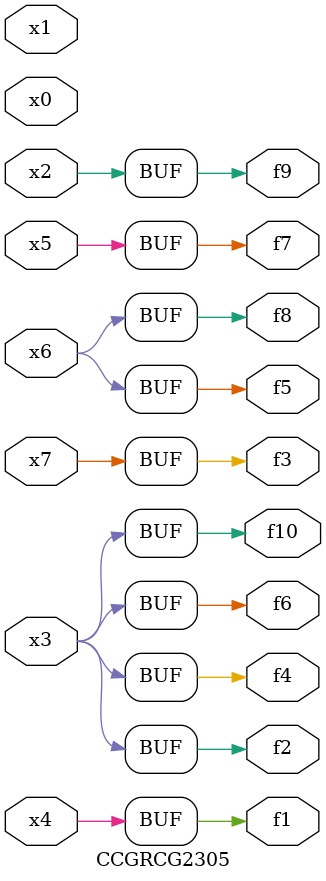
<source format=v>
module CCGRCG2305(
	input x0, x1, x2, x3, x4, x5, x6, x7,
	output f1, f2, f3, f4, f5, f6, f7, f8, f9, f10
);
	assign f1 = x4;
	assign f2 = x3;
	assign f3 = x7;
	assign f4 = x3;
	assign f5 = x6;
	assign f6 = x3;
	assign f7 = x5;
	assign f8 = x6;
	assign f9 = x2;
	assign f10 = x3;
endmodule

</source>
